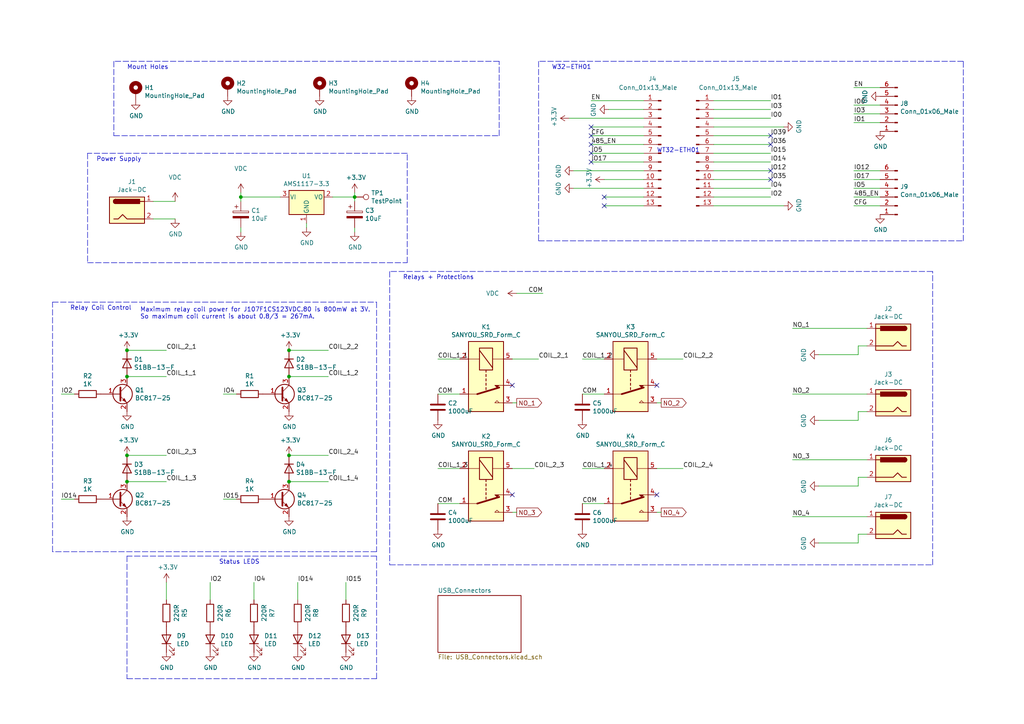
<source format=kicad_sch>
(kicad_sch (version 20211123) (generator eeschema)
  (paper "A4")
  (title_block (title "TinyCI Main") (rev "0.9") (company "https://github.com/superna9999/tinyci") (comment 1 "Copyright (C) 2021 Neil Armstrong") (comment 2 "CERN OPEN HARDWARE LICENCE v1.1"))
  (lib_symbols
    (symbol "Connector:Conn_01x06_Male" (pin_names (offset 1.016) hide)
      (property "Reference" "J" (at 0 7.62 0))
      (property "Value" "Conn_01x06_Male" (at 0 -10.16 0))
      (symbol "Conn_01x06_Male_1_1"
        (polyline (pts (xy 1.27 -7.62) (xy 0.8636 -7.62)) (stroke (width 0.1524)))
        (polyline (pts (xy 1.27 -5.08) (xy 0.8636 -5.08)) (stroke (width 0.1524)))
        (polyline (pts (xy 1.27 -2.54) (xy 0.8636 -2.54)) (stroke (width 0.1524)))
        (polyline (pts (xy 1.27 0) (xy 0.8636 0)) (stroke (width 0.1524)))
        (polyline (pts (xy 1.27 2.54) (xy 0.8636 2.54)) (stroke (width 0.1524)))
        (polyline (pts (xy 1.27 5.08) (xy 0.8636 5.08)) (stroke (width 0.1524)))
        (rectangle (start 0.8636 -7.493) (end 0 -7.747) (stroke (width 0.1524)) (fill (type outline)))
        (rectangle (start 0.8636 -4.953) (end 0 -5.207) (stroke (width 0.1524)) (fill (type outline)))
        (rectangle (start 0.8636 -2.413) (end 0 -2.667) (stroke (width 0.1524)) (fill (type outline)))
        (rectangle (start 0.8636 0.127) (end 0 -0.127) (stroke (width 0.1524)) (fill (type outline)))
        (rectangle (start 0.8636 2.667) (end 0 2.413) (stroke (width 0.1524)) (fill (type outline)))
        (rectangle (start 0.8636 5.207) (end 0 4.953) (stroke (width 0.1524)) (fill (type outline)))
        (pin passive line (at 5.08 5.08 180) (length 3.81) (name "Pin_1") (number "1"))
        (pin passive line (at 5.08 2.54 180) (length 3.81) (name "Pin_2") (number "2"))
        (pin passive line (at 5.08 0 180) (length 3.81) (name "Pin_3") (number "3"))
        (pin passive line (at 5.08 -2.54 180) (length 3.81) (name "Pin_4") (number "4"))
        (pin passive line (at 5.08 -5.08 180) (length 3.81) (name "Pin_5") (number "5"))
        (pin passive line (at 5.08 -7.62 180) (length 3.81) (name "Pin_6") (number "6"))
      )
    )
    (symbol "Connector:Conn_01x13_Male" (pin_names (offset 1.016) hide)
      (property "Reference" "J" (at 0 17.78 0))
      (property "Value" "Conn_01x13_Male" (at 0 -17.78 0))
      (symbol "Conn_01x13_Male_1_1"
        (polyline (pts (xy 1.27 -15.24) (xy 0.8636 -15.24)) (stroke (width 0.1524)))
        (polyline (pts (xy 1.27 -12.7) (xy 0.8636 -12.7)) (stroke (width 0.1524)))
        (polyline (pts (xy 1.27 -10.16) (xy 0.8636 -10.16)) (stroke (width 0.1524)))
        (polyline (pts (xy 1.27 -7.62) (xy 0.8636 -7.62)) (stroke (width 0.1524)))
        (polyline (pts (xy 1.27 -5.08) (xy 0.8636 -5.08)) (stroke (width 0.1524)))
        (polyline (pts (xy 1.27 -2.54) (xy 0.8636 -2.54)) (stroke (width 0.1524)))
        (polyline (pts (xy 1.27 0) (xy 0.8636 0)) (stroke (width 0.1524)))
        (polyline (pts (xy 1.27 2.54) (xy 0.8636 2.54)) (stroke (width 0.1524)))
        (polyline (pts (xy 1.27 5.08) (xy 0.8636 5.08)) (stroke (width 0.1524)))
        (polyline (pts (xy 1.27 7.62) (xy 0.8636 7.62)) (stroke (width 0.1524)))
        (polyline (pts (xy 1.27 10.16) (xy 0.8636 10.16)) (stroke (width 0.1524)))
        (polyline (pts (xy 1.27 12.7) (xy 0.8636 12.7)) (stroke (width 0.1524)))
        (polyline (pts (xy 1.27 15.24) (xy 0.8636 15.24)) (stroke (width 0.1524)))
        (rectangle (start 0.8636 -15.113) (end 0 -15.367) (stroke (width 0.1524)) (fill (type outline)))
        (rectangle (start 0.8636 -12.573) (end 0 -12.827) (stroke (width 0.1524)) (fill (type outline)))
        (rectangle (start 0.8636 -10.033) (end 0 -10.287) (stroke (width 0.1524)) (fill (type outline)))
        (rectangle (start 0.8636 -7.493) (end 0 -7.747) (stroke (width 0.1524)) (fill (type outline)))
        (rectangle (start 0.8636 -4.953) (end 0 -5.207) (stroke (width 0.1524)) (fill (type outline)))
        (rectangle (start 0.8636 -2.413) (end 0 -2.667) (stroke (width 0.1524)) (fill (type outline)))
        (rectangle (start 0.8636 0.127) (end 0 -0.127) (stroke (width 0.1524)) (fill (type outline)))
        (rectangle (start 0.8636 2.667) (end 0 2.413) (stroke (width 0.1524)) (fill (type outline)))
        (rectangle (start 0.8636 5.207) (end 0 4.953) (stroke (width 0.1524)) (fill (type outline)))
        (rectangle (start 0.8636 7.747) (end 0 7.493) (stroke (width 0.1524)) (fill (type outline)))
        (rectangle (start 0.8636 10.287) (end 0 10.033) (stroke (width 0.1524)) (fill (type outline)))
        (rectangle (start 0.8636 12.827) (end 0 12.573) (stroke (width 0.1524)) (fill (type outline)))
        (rectangle (start 0.8636 15.367) (end 0 15.113) (stroke (width 0.1524)) (fill (type outline)))
        (pin passive line (at 5.08 15.24 180) (length 3.81) (name "Pin_1") (number "1"))
        (pin passive line (at 5.08 -7.62 180) (length 3.81) (name "Pin_10") (number "10"))
        (pin passive line (at 5.08 -10.16 180) (length 3.81) (name "Pin_11") (number "11"))
        (pin passive line (at 5.08 -12.7 180) (length 3.81) (name "Pin_12") (number "12"))
        (pin passive line (at 5.08 -15.24 180) (length 3.81) (name "Pin_13") (number "13"))
        (pin passive line (at 5.08 12.7 180) (length 3.81) (name "Pin_2") (number "2"))
        (pin passive line (at 5.08 10.16 180) (length 3.81) (name "Pin_3") (number "3"))
        (pin passive line (at 5.08 7.62 180) (length 3.81) (name "Pin_4") (number "4"))
        (pin passive line (at 5.08 5.08 180) (length 3.81) (name "Pin_5") (number "5"))
        (pin passive line (at 5.08 2.54 180) (length 3.81) (name "Pin_6") (number "6"))
        (pin passive line (at 5.08 0 180) (length 3.81) (name "Pin_7") (number "7"))
        (pin passive line (at 5.08 -2.54 180) (length 3.81) (name "Pin_8") (number "8"))
        (pin passive line (at 5.08 -5.08 180) (length 3.81) (name "Pin_9") (number "9"))
      )
    )
    (symbol "Connector:Jack-DC" (pin_names (offset 1.016))
      (property "Reference" "J" (at 0 5.334 0))
      (property "Value" "Jack-DC" (at 0 -5.08 0))
      (symbol "Jack-DC_0_1"
        (rectangle (start -5.08 3.81) (end 5.08 -3.81) (stroke (width 0.254)) (fill (type background)))
        (arc (start -3.302 3.175) (mid -3.937 2.54) (end -3.302 1.905) (stroke (width 0.254)))
        (arc (start -3.302 3.175) (mid -3.937 2.54) (end -3.302 1.905) (stroke (width 0.254)) (fill (type outline)))
        (polyline (pts (xy 5.08 2.54) (xy 3.81 2.54)) (stroke (width 0.254)))
        (polyline (pts (xy -3.81 -2.54) (xy -2.54 -2.54) (xy -1.27 -1.27) (xy 0 -2.54) (xy 2.54 -2.54) (xy 5.08 -2.54)) (stroke (width 0.254)))
        (rectangle (start 3.683 3.175) (end -3.302 1.905) (stroke (width 0.254)) (fill (type outline)))
      )
      (symbol "Jack-DC_1_1"
        (pin passive line (at 7.62 2.54 180) (length 2.54) (name "~") (number "1"))
        (pin passive line (at 7.62 -2.54 180) (length 2.54) (name "~") (number "2"))
      )
    )
    (symbol "Connector:TestPoint" (pin_numbers hide) (pin_names (offset 0.762) hide)
      (property "Reference" "TP" (at 0 6.858 0))
      (property "Value" "TestPoint" (at 0 5.08 0))
      (symbol "TestPoint_0_1"
        (circle (center 0 3.302) (radius 0.762))
      )
      (symbol "TestPoint_1_1"
        (pin passive line (at 0 0 90) (length 2.54) (name "1") (number "1"))
      )
    )
    (symbol "Device:C" (pin_numbers hide) (pin_names (offset 0.254))
      (property "Reference" "C" (at 0.635 2.54 0))
      (property "Value" "C" (at 0.635 -2.54 0))
      (symbol "C_0_1"
        (polyline (pts (xy -2.032 -0.762) (xy 2.032 -0.762)) (stroke (width 0.508)))
        (polyline (pts (xy -2.032 0.762) (xy 2.032 0.762)) (stroke (width 0.508)))
      )
      (symbol "C_1_1"
        (pin passive line (at 0 3.81 270) (length 2.794) (name "~") (number "1"))
        (pin passive line (at 0 -3.81 90) (length 2.794) (name "~") (number "2"))
      )
    )
    (symbol "Device:C_Polarized" (pin_numbers hide) (pin_names (offset 0.254))
      (property "Reference" "C" (at 0.635 2.54 0))
      (property "Value" "C_Polarized" (at 0.635 -2.54 0))
      (symbol "C_Polarized_0_1"
        (rectangle (start -2.286 0.508) (end 2.286 1.016))
        (polyline (pts (xy -1.778 2.286) (xy -0.762 2.286)))
        (polyline (pts (xy -1.27 2.794) (xy -1.27 1.778)))
        (rectangle (start 2.286 -0.508) (end -2.286 -1.016) (fill (type outline)))
      )
      (symbol "C_Polarized_1_1"
        (pin passive line (at 0 3.81 270) (length 2.794) (name "~") (number "1"))
        (pin passive line (at 0 -3.81 90) (length 2.794) (name "~") (number "2"))
      )
    )
    (symbol "Device:D" (pin_numbers hide) (pin_names (offset 1.016) hide)
      (property "Reference" "D" (at 0 2.54 0))
      (property "Value" "D" (at 0 -2.54 0))
      (symbol "D_0_1"
        (polyline (pts (xy -1.27 1.27) (xy -1.27 -1.27)) (stroke (width 0.254)))
        (polyline (pts (xy 1.27 0) (xy -1.27 0)))
        (polyline (pts (xy 1.27 1.27) (xy 1.27 -1.27) (xy -1.27 0) (xy 1.27 1.27)) (stroke (width 0.254)))
      )
      (symbol "D_1_1"
        (pin passive line (at -3.81 0 0) (length 2.54) (name "K") (number "1"))
        (pin passive line (at 3.81 0 180) (length 2.54) (name "A") (number "2"))
      )
    )
    (symbol "Device:LED" (pin_numbers hide) (pin_names (offset 1.016) hide)
      (property "Reference" "D" (at 0 2.54 0))
      (property "Value" "LED" (at 0 -2.54 0))
      (symbol "LED_0_1"
        (polyline (pts (xy -1.27 -1.27) (xy -1.27 1.27)) (stroke (width 0.254)))
        (polyline (pts (xy -1.27 0) (xy 1.27 0)))
        (polyline (pts (xy 1.27 -1.27) (xy 1.27 1.27) (xy -1.27 0) (xy 1.27 -1.27)) (stroke (width 0.254)))
        (polyline (pts (xy -3.048 -0.762) (xy -4.572 -2.286) (xy -3.81 -2.286) (xy -4.572 -2.286) (xy -4.572 -1.524)))
        (polyline (pts (xy -1.778 -0.762) (xy -3.302 -2.286) (xy -2.54 -2.286) (xy -3.302 -2.286) (xy -3.302 -1.524)))
      )
      (symbol "LED_1_1"
        (pin passive line (at -3.81 0 0) (length 2.54) (name "K") (number "1"))
        (pin passive line (at 3.81 0 180) (length 2.54) (name "A") (number "2"))
      )
    )
    (symbol "Device:R" (pin_numbers hide) (pin_names (offset 0))
      (property "Reference" "R" (at 2.032 0 90))
      (property "Value" "R" (at 0 0 90))
      (symbol "R_0_1"
        (rectangle (start -1.016 -2.54) (end 1.016 2.54) (stroke (width 0.254)))
      )
      (symbol "R_1_1"
        (pin passive line (at 0 3.81 270) (length 1.27) (name "~") (number "1"))
        (pin passive line (at 0 -3.81 90) (length 1.27) (name "~") (number "2"))
      )
    )
    (symbol "Mechanical:MountingHole_Pad" (pin_numbers hide) (pin_names (offset 1.016) hide)
      (property "Reference" "H" (at 0 6.35 0))
      (property "Value" "MountingHole_Pad" (at 0 4.445 0))
      (symbol "MountingHole_Pad_0_1"
        (circle (center 0 1.27) (radius 1.27) (stroke (width 1.27)))
      )
      (symbol "MountingHole_Pad_1_1"
        (pin input line (at 0 -2.54 90) (length 2.54) (name "1") (number "1"))
      )
    )
    (symbol "Regulator_Linear:AMS1117-3.3" (pin_names (offset 0.254))
      (property "Reference" "U" (at -3.81 3.175 0))
      (property "Value" "AMS1117-3.3" (at 0 3.175 0))
      (symbol "AMS1117-3.3_0_1"
        (rectangle (start -5.08 -5.08) (end 5.08 1.905) (stroke (width 0.254)) (fill (type background)))
      )
      (symbol "AMS1117-3.3_1_1"
        (pin power_in line (at 0 -7.62 90) (length 2.54) (name "GND") (number "1"))
        (pin power_out line (at 7.62 0 180) (length 2.54) (name "VO") (number "2"))
        (pin power_in line (at -7.62 0 0) (length 2.54) (name "VI") (number "3"))
      )
    )
    (symbol "Relay:SANYOU_SRD_Form_C"
      (property "Reference" "K" (at 11.43 3.81 0))
      (property "Value" "SANYOU_SRD_Form_C" (at 11.43 1.27 0))
      (symbol "SANYOU_SRD_Form_C_0_0"
        (polyline (pts (xy 7.62 5.08) (xy 7.62 2.54) (xy 6.985 3.175) (xy 7.62 3.81)))
      )
      (symbol "SANYOU_SRD_Form_C_0_1"
        (rectangle (start -10.16 5.08) (end 10.16 -5.08) (stroke (width 0.254)) (fill (type background)))
        (rectangle (start -8.255 1.905) (end -1.905 -1.905) (stroke (width 0.254)))
        (polyline (pts (xy -7.62 -1.905) (xy -2.54 1.905)) (stroke (width 0.254)))
        (polyline (pts (xy -5.08 -5.08) (xy -5.08 -1.905)))
        (polyline (pts (xy -5.08 5.08) (xy -5.08 1.905)))
        (polyline (pts (xy -1.905 0) (xy -1.27 0)) (stroke (width 0.254)))
        (polyline (pts (xy -0.635 0) (xy 0 0)) (stroke (width 0.254)))
        (polyline (pts (xy 0.635 0) (xy 1.27 0)) (stroke (width 0.254)))
        (polyline (pts (xy 1.905 0) (xy 2.54 0)) (stroke (width 0.254)))
        (polyline (pts (xy 3.175 0) (xy 3.81 0)) (stroke (width 0.254)))
        (polyline (pts (xy 5.08 -2.54) (xy 3.175 3.81)) (stroke (width 0.508)))
        (polyline (pts (xy 5.08 -2.54) (xy 5.08 -5.08)))
      )
      (symbol "SANYOU_SRD_Form_C_1_1"
        (polyline (pts (xy 2.54 3.81) (xy 3.175 3.175) (xy 2.54 2.54) (xy 2.54 5.08)) (fill (type outline)))
        (pin passive line (at 5.08 -7.62 90) (length 2.54) (name "~") (number "1"))
        (pin passive line (at -5.08 -7.62 90) (length 2.54) (name "~") (number "2"))
        (pin passive line (at 7.62 7.62 270) (length 2.54) (name "~") (number "3"))
        (pin passive line (at 2.54 7.62 270) (length 2.54) (name "~") (number "4"))
        (pin passive line (at -5.08 7.62 270) (length 2.54) (name "~") (number "5"))
      )
    )
    (symbol "Transistor_BJT:BC817" (pin_names (offset 0) hide)
      (property "Reference" "Q" (at 5.08 1.905 0))
      (property "Value" "BC817" (at 5.08 0 0))
      (symbol "BC817_0_1"
        (polyline (pts (xy 0.635 0.635) (xy 2.54 2.54)))
        (polyline (pts (xy 0.635 -0.635) (xy 2.54 -2.54) (xy 2.54 -2.54)))
        (polyline (pts (xy 0.635 1.905) (xy 0.635 -1.905) (xy 0.635 -1.905)) (stroke (width 0.508)))
        (polyline (pts (xy 1.27 -1.778) (xy 1.778 -1.27) (xy 2.286 -2.286) (xy 1.27 -1.778) (xy 1.27 -1.778)) (fill (type outline)))
        (circle (center 1.27 0) (radius 2.8194) (stroke (width 0.254)))
      )
      (symbol "BC817_1_1"
        (pin input line (at -5.08 0 0) (length 5.715) (name "B") (number "1"))
        (pin passive line (at 2.54 -5.08 90) (length 2.54) (name "E") (number "2"))
        (pin passive line (at 2.54 5.08 270) (length 2.54) (name "C") (number "3"))
      )
    )
    (symbol "power:+3.3V" (power) (pin_names (offset 0))
      (property "Value" "+3.3V" (at 0 3.556 0))
      (symbol "+3.3V_0_1"
        (polyline (pts (xy -0.762 1.27) (xy 0 2.54)))
        (polyline (pts (xy 0 0) (xy 0 2.54)))
        (polyline (pts (xy 0 2.54) (xy 0.762 1.27)))
      )
      (symbol "+3.3V_1_1"
        (pin power_in line (at 0 0 90) (length 0) hide (name "+3.3V") (number "1"))
      )
    )
    (symbol "power:GND" (power) (pin_names (offset 0))
      (property "Value" "GND" (at 0 -3.81 0))
      (symbol "GND_0_1"
        (polyline (pts (xy 0 0) (xy 0 -1.27) (xy 1.27 -1.27) (xy 0 -2.54) (xy -1.27 -1.27) (xy 0 -1.27)))
      )
      (symbol "GND_1_1"
        (pin power_in line (at 0 0 270) (length 0) hide (name "GND") (number "1"))
      )
    )
    (symbol "power:VDC" (power) (pin_names (offset 0))
      (property "Value" "VDC" (at 0 6.35 0))
      (symbol "VDC_0_1"
        (polyline (pts (xy -0.762 1.27) (xy 0 2.54)))
        (polyline (pts (xy 0 0) (xy 0 2.54)))
        (polyline (pts (xy 0 2.54) (xy 0.762 1.27)))
      )
      (symbol "VDC_1_1"
        (pin power_in line (at 0 0 90) (length 0) hide (name "VDC") (number "1"))
      )
    )
  )
  (junction (at 36.83 139.7))
  (junction (at 83.82 132.08))
  (junction (at 36.83 132.08))
  (junction (at 83.82 101.6))
  (junction (at 36.83 109.22))
  (junction (at 36.83 101.6))
  (junction (at 69.85 57.15))
  (junction (at 83.82 109.22))
  (junction (at 102.87 57.15))
  (junction (at 83.82 139.7))
  (no_connect (at 171.45 46.99))
  (no_connect (at 190.5 143.51))
  (no_connect (at 148.59 143.51))
  (no_connect (at 175.26 59.69))
  (no_connect (at 171.45 39.37))
  (no_connect (at 171.45 44.45))
  (no_connect (at 223.52 49.53))
  (no_connect (at 171.45 41.91))
  (no_connect (at 171.45 36.83))
  (no_connect (at 175.26 57.15))
  (no_connect (at 190.5 111.76))
  (no_connect (at 223.52 52.07))
  (no_connect (at 223.52 41.91))
  (no_connect (at 148.59 111.76))
  (no_connect (at 223.52 39.37))
  (wire (pts (xy 133.35 135.89) (xy 127 135.89)))
  (wire (pts (xy 69.85 57.15) (xy 69.85 58.42)))
  (polyline (pts (xy 118.11 44.45) (xy 25.4 44.45)))
  (wire (pts (xy 207.01 57.15) (xy 223.52 57.15)))
  (wire (pts (xy 88.9 66.04) (xy 88.9 64.77)))
  (wire (pts (xy 175.26 146.05) (xy 168.91 146.05)))
  (wire (pts (xy 148.59 148.59) (xy 149.86 148.59)))
  (wire (pts (xy 21.59 114.3) (xy 17.78 114.3)))
  (wire (pts (xy 171.45 46.99) (xy 186.69 46.99)))
  (wire (pts (xy 255.27 52.07) (xy 247.65 52.07)))
  (wire (pts (xy 255.27 59.69) (xy 247.65 59.69)))
  (wire (pts (xy 148.59 104.14) (xy 156.21 104.14)))
  (polyline (pts (xy 109.22 161.29) (xy 36.83 161.29)))
  (wire (pts (xy 149.86 85.09) (xy 157.48 85.09)))
  (wire (pts (xy 96.52 57.15) (xy 102.87 57.15)))
  (wire (pts (xy 207.01 54.61) (xy 223.52 54.61)))
  (polyline (pts (xy 279.4 69.85) (xy 279.4 17.78)))
  (wire (pts (xy 69.85 55.88) (xy 69.85 57.15)))
  (polyline (pts (xy 144.78 17.78) (xy 33.02 17.78)))
  (polyline (pts (xy 156.21 69.85) (xy 279.4 69.85)))
  (wire (pts (xy 190.5 148.59) (xy 191.77 148.59)))
  (polyline (pts (xy 113.03 78.74) (xy 113.03 163.83)))
  (polyline (pts (xy 109.22 160.02) (xy 15.24 160.02)))
  (wire (pts (xy 207.01 39.37) (xy 223.52 39.37)))
  (wire (pts (xy 68.58 114.3) (xy 64.77 114.3)))
  (wire (pts (xy 207.01 44.45) (xy 223.52 44.45)))
  (wire (pts (xy 175.26 59.69) (xy 186.69 59.69)))
  (wire (pts (xy 83.82 132.08) (xy 95.25 132.08)))
  (wire (pts (xy 21.59 144.78) (xy 17.78 144.78)))
  (wire (pts (xy 165.1 34.29) (xy 186.69 34.29)))
  (wire (pts (xy 175.26 114.3) (xy 168.91 114.3)))
  (wire (pts (xy 166.37 49.53) (xy 186.69 49.53)))
  (wire (pts (xy 171.45 29.21) (xy 186.69 29.21)))
  (polyline (pts (xy 25.4 76.2) (xy 118.11 76.2)))
  (wire (pts (xy 207.01 31.75) (xy 223.52 31.75)))
  (wire (pts (xy 83.82 139.7) (xy 95.25 139.7)))
  (wire (pts (xy 69.85 66.04) (xy 69.85 67.31)))
  (polyline (pts (xy 25.4 44.45) (xy 25.4 76.2)))
  (wire (pts (xy 166.37 54.61) (xy 186.69 54.61)))
  (wire (pts (xy 251.46 138.43) (xy 248.92 138.43)))
  (polyline (pts (xy 15.24 87.63) (xy 109.22 87.63)))
  (wire (pts (xy 68.58 144.78) (xy 64.77 144.78)))
  (wire (pts (xy 190.5 104.14) (xy 198.12 104.14)))
  (wire (pts (xy 207.01 52.07) (xy 223.52 52.07)))
  (wire (pts (xy 36.83 101.6) (xy 48.26 101.6)))
  (wire (pts (xy 229.87 95.25) (xy 251.46 95.25)))
  (wire (pts (xy 248.92 121.92) (xy 237.49 121.92)))
  (wire (pts (xy 207.01 34.29) (xy 223.52 34.29)))
  (wire (pts (xy 207.01 41.91) (xy 223.52 41.91)))
  (wire (pts (xy 73.66 173.99) (xy 73.66 168.91)))
  (wire (pts (xy 175.26 52.07) (xy 186.69 52.07)))
  (wire (pts (xy 255.27 54.61) (xy 247.65 54.61)))
  (polyline (pts (xy 109.22 87.63) (xy 109.22 160.02)))
  (wire (pts (xy 251.46 154.94) (xy 248.92 154.94)))
  (wire (pts (xy 255.27 49.53) (xy 247.65 49.53)))
  (wire (pts (xy 171.45 41.91) (xy 186.69 41.91)))
  (wire (pts (xy 175.26 135.89) (xy 168.91 135.89)))
  (wire (pts (xy 48.26 173.99) (xy 48.26 168.91)))
  (wire (pts (xy 207.01 29.21) (xy 223.52 29.21)))
  (polyline (pts (xy 156.21 17.78) (xy 156.21 69.85)))
  (wire (pts (xy 102.87 67.31) (xy 102.87 66.04)))
  (wire (pts (xy 248.92 157.48) (xy 237.49 157.48)))
  (wire (pts (xy 133.35 146.05) (xy 127 146.05)))
  (polyline (pts (xy 279.4 17.78) (xy 156.21 17.78)))
  (wire (pts (xy 171.45 36.83) (xy 186.69 36.83)))
  (polyline (pts (xy 33.02 39.37) (xy 144.78 39.37)))
  (wire (pts (xy 102.87 55.88) (xy 102.87 57.15)))
  (wire (pts (xy 190.5 116.84) (xy 191.77 116.84)))
  (wire (pts (xy 207.01 46.99) (xy 223.52 46.99)))
  (polyline (pts (xy 15.24 160.02) (xy 15.24 87.63)))
  (wire (pts (xy 36.83 109.22) (xy 48.26 109.22)))
  (wire (pts (xy 83.82 101.6) (xy 95.25 101.6)))
  (polyline (pts (xy 144.78 39.37) (xy 144.78 17.78)))
  (wire (pts (xy 148.59 116.84) (xy 149.86 116.84)))
  (wire (pts (xy 102.87 58.42) (xy 102.87 57.15)))
  (wire (pts (xy 248.92 100.33) (xy 248.92 102.87)))
  (wire (pts (xy 248.92 154.94) (xy 248.92 157.48)))
  (polyline (pts (xy 36.83 161.29) (xy 36.83 196.85)))
  (wire (pts (xy 255.27 57.15) (xy 247.65 57.15)))
  (wire (pts (xy 100.33 173.99) (xy 100.33 168.91)))
  (wire (pts (xy 248.92 119.38) (xy 248.92 121.92)))
  (wire (pts (xy 81.28 57.15) (xy 69.85 57.15)))
  (wire (pts (xy 248.92 140.97) (xy 237.49 140.97)))
  (wire (pts (xy 95.25 109.22) (xy 83.82 109.22)))
  (wire (pts (xy 86.36 173.99) (xy 86.36 168.91)))
  (wire (pts (xy 251.46 119.38) (xy 248.92 119.38)))
  (wire (pts (xy 229.87 133.35) (xy 251.46 133.35)))
  (polyline (pts (xy 36.83 196.85) (xy 109.22 196.85)))
  (wire (pts (xy 186.69 31.75) (xy 176.53 31.75)))
  (wire (pts (xy 248.92 138.43) (xy 248.92 140.97)))
  (wire (pts (xy 255.27 33.02) (xy 247.65 33.02)))
  (wire (pts (xy 133.35 104.14) (xy 127 104.14)))
  (wire (pts (xy 229.87 149.86) (xy 251.46 149.86)))
  (wire (pts (xy 229.87 114.3) (xy 251.46 114.3)))
  (wire (pts (xy 44.45 63.5) (xy 50.8 63.5)))
  (polyline (pts (xy 113.03 163.83) (xy 270.51 163.83)))
  (wire (pts (xy 44.45 58.42) (xy 50.8 58.42)))
  (wire (pts (xy 207.01 59.69) (xy 227.33 59.69)))
  (wire (pts (xy 255.27 25.4) (xy 247.65 25.4)))
  (wire (pts (xy 171.45 39.37) (xy 186.69 39.37)))
  (wire (pts (xy 248.92 102.87) (xy 237.49 102.87)))
  (wire (pts (xy 133.35 114.3) (xy 127 114.3)))
  (wire (pts (xy 60.96 173.99) (xy 60.96 168.91)))
  (wire (pts (xy 255.27 35.56) (xy 247.65 35.56)))
  (wire (pts (xy 36.83 132.08) (xy 48.26 132.08)))
  (polyline (pts (xy 118.11 76.2) (xy 118.11 44.45)))
  (wire (pts (xy 36.83 139.7) (xy 48.26 139.7)))
  (wire (pts (xy 251.46 100.33) (xy 248.92 100.33)))
  (wire (pts (xy 148.59 135.89) (xy 154.94 135.89)))
  (polyline (pts (xy 270.51 163.83) (xy 270.51 78.74)))
  (wire (pts (xy 190.5 135.89) (xy 198.12 135.89)))
  (wire (pts (xy 207.01 36.83) (xy 227.33 36.83)))
  (polyline (pts (xy 33.02 17.78) (xy 33.02 39.37)))
  (wire (pts (xy 175.26 104.14) (xy 168.91 104.14)))
  (wire (pts (xy 255.27 30.48) (xy 247.65 30.48)))
  (polyline (pts (xy 270.51 78.74) (xy 113.03 78.74)))
  (wire (pts (xy 175.26 57.15) (xy 186.69 57.15)))
  (wire (pts (xy 207.01 49.53) (xy 223.52 49.53)))
  (polyline (pts (xy 109.22 196.85) (xy 109.22 161.29)))
  (wire (pts (xy 171.45 44.45) (xy 186.69 44.45)))
  (text "Status LEDS" (at 63.5 163.83 0) (effects (font (size 1.27 1.27)) (justify left bottom)))
  (text "Power Supply" (at 27.94 46.99 0) (effects (font (size 1.27 1.27)) (justify left bottom)))
  (text "W32-ETH01" (at 160.02 20.32 0) (effects (font (size 1.27 1.27)) (justify left bottom)))
  (text "Mount Holes" (at 36.83 20.32 0) (effects (font (size 1.27 1.27)) (justify left bottom)))
  (text "Relays + Protections" (at 116.84 81.28 0) (effects (font (size 1.27 1.27)) (justify left bottom)))
  (text "Relay Coil Control" (at 20.32 90.17 0) (effects (font (size 1.27 1.27)) (justify left bottom)))
  (text "WT32-ETH01" (at 190.5 44.45 0) (effects (font (size 1.27 1.27)) (justify left bottom)))
  (text "Maximum relay coil power for J107F1CS123VDC.80 is 800mW at 3V.\nSo maximum coil current is about 0.8/3 = 267mA." (at 40.64 92.71 0) (effects (font (size 1.27 1.27)) (justify left bottom)))
  (label "IO3" (at 247.65 33.02 0))
  (label "COIL_2_1" (at 156.21 104.14 0))
  (label "IO14" (at 17.78 144.78 0))
  (label "IO17" (at 171.45 46.99 0))
  (label "IO5" (at 171.45 44.45 0))
  (label "COIL_1_2" (at 95.25 109.22 0))
  (label "COM" (at 157.48 85.09 180))
  (label "COIL_1_3" (at 48.26 139.7 0))
  (label "IO35" (at 223.52 52.07 0))
  (label "IO5" (at 247.65 54.61 0))
  (label "485_EN" (at 171.45 41.91 0))
  (label "IO12" (at 223.52 49.53 0))
  (label "COM" (at 127 146.05 0))
  (label "IO15" (at 223.52 44.45 0))
  (label "NO_4" (at 229.87 149.86 0))
  (label "IO39" (at 223.52 39.37 0))
  (label "COIL_2_4" (at 198.12 135.89 0))
  (label "EN" (at 247.65 25.4 0))
  (label "COIL_2_2" (at 198.12 104.14 0))
  (label "IO14" (at 86.36 168.91 0))
  (label "CFG" (at 247.65 59.69 0))
  (label "COIL_1_2" (at 168.91 104.14 0))
  (label "IO36" (at 223.52 41.91 0))
  (label "NO_2" (at 229.87 114.3 0))
  (label "IO15" (at 100.33 168.91 0))
  (label "IO0" (at 247.65 30.48 0))
  (label "COIL_2_2" (at 95.25 101.6 0))
  (label "IO12" (at 247.65 49.53 0))
  (label "COM" (at 127 114.3 0))
  (label "COIL_1_1" (at 127 104.14 0))
  (label "IO2" (at 223.52 57.15 0))
  (label "IO4" (at 73.66 168.91 0))
  (label "COIL_1_4" (at 95.25 139.7 0))
  (label "EN" (at 171.45 29.21 0))
  (label "CFG" (at 171.45 39.37 0))
  (label "COIL_2_1" (at 48.26 101.6 0))
  (label "COIL_1_4" (at 168.91 135.89 0))
  (label "IO4" (at 64.77 114.3 0))
  (label "COIL_2_4" (at 95.25 132.08 0))
  (label "IO14" (at 223.52 46.99 0))
  (label "COIL_2_3" (at 154.94 135.89 0))
  (label "COIL_1_1" (at 48.26 109.22 0))
  (label "IO1" (at 247.65 35.56 0))
  (label "NO_1" (at 229.87 95.25 0))
  (label "IO17" (at 247.65 52.07 0))
  (label "IO15" (at 64.77 144.78 0))
  (label "COIL_1_3" (at 127 135.89 0))
  (label "IO4" (at 223.52 54.61 0))
  (label "NO_3" (at 229.87 133.35 0))
  (label "IO0" (at 223.52 34.29 0))
  (label "IO1" (at 223.52 29.21 0))
  (label "COM" (at 168.91 146.05 0))
  (label "IO2" (at 60.96 168.91 0))
  (label "IO2" (at 17.78 114.3 0))
  (label "COM" (at 168.91 114.3 0))
  (label "COIL_2_3" (at 48.26 132.08 0))
  (label "485_EN" (at 247.65 57.15 0))
  (label "IO3" (at 223.52 31.75 0))
  (global_label "NO_2" (shape output) (at 191.77 116.84 0) (property "Références Inter-Feuilles" "${INTERSHEET_REFS}" (effects hide)))
  (global_label "NO_4" (shape output) (at 191.77 148.59 0) (property "Références Inter-Feuilles" "${INTERSHEET_REFS}" (effects hide)))
  (global_label "NO_3" (shape output) (at 149.86 148.59 0) (property "Références Inter-Feuilles" "${INTERSHEET_REFS}" (effects hide)))
  (global_label "NO_1" (shape output) (at 149.86 116.84 0) (property "Références Inter-Feuilles" "${INTERSHEET_REFS}" (effects hide)))
  (symbol (lib_id "power:GND") (at 166.37 54.61 270) (unit 1)
    (property "Reference" "#PWR08" (effects hide))
    (property "Value" "GND" (at 161.9758 54.737 0))
  )
  (symbol (lib_id "power:GND") (at 176.53 31.75 270) (unit 1)
    (property "Reference" "#PWR011" (effects hide))
    (property "Value" "GND" (at 172.1358 31.877 0))
  )
  (symbol (lib_id "Connector:Jack-DC") (at 36.83 60.96 0) (unit 1)
    (property "Reference" "J1" (at 38.2778 52.705 0))
    (property "Value" "Jack-DC" (at 38.2778 55.0164 0))
    (property "Footprint" "Connector_BarrelJack:BarrelJack_Horizontal" (effects hide))
  )
  (symbol (lib_id "power:GND") (at 166.37 49.53 270) (unit 1)
    (property "Reference" "#PWR07" (effects hide))
    (property "Value" "GND" (at 161.9758 49.657 0))
  )
  (symbol (lib_id "Device:D") (at 83.82 105.41 270) (unit 1)
    (property "Reference" "D2" (at 85.8266 104.2416 90) (effects (justify left)))
    (property "Value" "S1BB-13-F" (at 85.8266 106.553 90) (effects (justify left)))
    (property "Footprint" "Diode_SMD:D_SMB_Handsoldering" (effects hide))
  )
  (symbol (lib_id "power:GND") (at 227.33 36.83 90) (unit 1)
    (property "Reference" "#PWR016" (effects hide))
    (property "Value" "GND" (at 231.7242 36.703 0))
  )
  (symbol (lib_id "power:GND") (at 227.33 59.69 90) (unit 1)
    (property "Reference" "#PWR017" (effects hide))
    (property "Value" "GND" (at 231.7242 59.563 0))
  )
  (symbol (lib_id "power:GND") (at 83.82 119.38 0) (unit 1)
    (property "Reference" "#PWR019" (effects hide))
    (property "Value" "GND" (at 83.947 123.7742 0))
  )
  (symbol (lib_id "Device:R") (at 72.39 114.3 270) (unit 1)
    (property "Reference" "R1" (at 72.39 109.0422 90))
    (property "Value" "1K" (at 72.39 111.3536 90))
    (property "Footprint" "Resistor_SMD:R_1206_3216Metric" (effects hide))
  )
  (symbol (lib_id "power:GND") (at 50.8 63.5 0) (unit 1)
    (property "Reference" "#PWR04" (effects hide))
    (property "Value" "GND" (at 50.927 67.8942 0))
  )
  (symbol (lib_id "power:+3.3V") (at 83.82 101.6 0) (unit 1)
    (property "Reference" "#PWR018" (effects hide))
    (property "Value" "+3.3V" (at 84.201 97.2058 0))
  )
  (symbol (lib_id "power:VDC") (at 50.8 58.42 0) (unit 1)
    (property "Reference" "#PWR02" (effects hide))
    (property "Value" "VDC" (at 50.8 51.435 0))
  )
  (symbol (lib_id "Device:C_Polarized") (at 102.87 62.23 0) (unit 1)
    (property "Reference" "C3" (at 105.8672 61.0616 0) (effects (justify left)))
    (property "Value" "10uF" (at 105.8672 63.373 0) (effects (justify left)))
    (property "Footprint" "Capacitor_Tantalum_SMD:CP_EIA-7343-31_Kemet-D" (effects hide))
  )
  (symbol (lib_id "power:GND") (at 69.85 67.31 0) (unit 1)
    (property "Reference" "#PWR023" (effects hide))
    (property "Value" "GND" (at 69.977 71.7042 0))
  )
  (symbol (lib_id "power:GND") (at 88.9 66.04 0) (unit 1)
    (property "Reference" "#PWR024" (effects hide))
    (property "Value" "GND" (at 89.027 70.4342 0))
  )
  (symbol (lib_id "power:GND") (at 102.87 67.31 0) (unit 1)
    (property "Reference" "#PWR025" (effects hide))
    (property "Value" "GND" (at 102.997 71.7042 0))
  )
  (symbol (lib_id "Connector:Conn_01x13_Male") (at 191.77 44.45 0) (mirror y) (unit 1)
    (property "Reference" "J4" (at 189.23 22.86 0))
    (property "Value" "Conn_01x13_Male" (at 187.96 25.4 0))
    (property "Footprint" "Connector_PinHeader_2.54mm:PinHeader_1x13_P2.54mm_Vertical" (effects hide))
  )
  (symbol (lib_id "Connector:Conn_01x13_Male") (at 201.93 44.45 0) (unit 1)
    (property "Reference" "J5" (at 214.63 22.86 0) (effects (justify right)))
    (property "Value" "Conn_01x13_Male" (at 219.71 25.4 0) (effects (justify right)))
    (property "Footprint" "Connector_PinHeader_2.54mm:PinHeader_1x13_P2.54mm_Vertical" (effects hide))
  )
  (symbol (lib_id "power:VDC") (at 69.85 55.88 0) (unit 1)
    (property "Reference" "#PWR022" (effects hide))
    (property "Value" "VDC" (at 69.85 48.895 0))
  )
  (symbol (lib_id "power:GND") (at 36.83 119.38 0) (unit 1)
    (property "Reference" "#PWR05" (effects hide))
    (property "Value" "GND" (at 36.957 123.7742 0))
  )
  (symbol (lib_id "Device:R") (at 25.4 114.3 270) (unit 1)
    (property "Reference" "R2" (at 25.4 109.0422 90))
    (property "Value" "1K" (at 25.4 111.3536 90))
    (property "Footprint" "Resistor_SMD:R_1206_3216Metric" (effects hide))
  )
  (symbol (lib_id "power:+3.3V") (at 36.83 101.6 0) (unit 1)
    (property "Reference" "#PWR03" (effects hide))
    (property "Value" "+3.3V" (at 37.211 97.2058 0))
  )
  (symbol (lib_id "Device:D") (at 36.83 105.41 270) (unit 1)
    (property "Reference" "D1" (at 38.8366 104.2416 90) (effects (justify left)))
    (property "Value" "S1BB-13-F" (at 38.8366 106.553 90) (effects (justify left)))
    (property "Footprint" "Diode_SMD:D_SMB_Handsoldering" (effects hide))
  )
  (symbol (lib_id "power:GND") (at 36.83 149.86 0) (unit 1)
    (property "Reference" "#PWR09" (effects hide))
    (property "Value" "GND" (at 36.957 154.2542 0))
  )
  (symbol (lib_id "Device:R") (at 25.4 144.78 270) (unit 1)
    (property "Reference" "R3" (at 25.4 139.5222 90))
    (property "Value" "1K" (at 25.4 141.8336 90))
    (property "Footprint" "Resistor_SMD:R_1206_3216Metric" (effects hide))
  )
  (symbol (lib_id "power:+3.3V") (at 36.83 132.08 0) (unit 1)
    (property "Reference" "#PWR06" (effects hide))
    (property "Value" "+3.3V" (at 37.211 127.6858 0))
  )
  (symbol (lib_id "Device:D") (at 36.83 135.89 270) (unit 1)
    (property "Reference" "D3" (at 38.8366 134.7216 90) (effects (justify left)))
    (property "Value" "S1BB-13-F" (at 38.8366 137.033 90) (effects (justify left)))
    (property "Footprint" "Diode_SMD:D_SMB_Handsoldering" (effects hide))
  )
  (symbol (lib_id "power:GND") (at 83.82 149.86 0) (unit 1)
    (property "Reference" "#PWR012" (effects hide))
    (property "Value" "GND" (at 83.947 154.2542 0))
  )
  (symbol (lib_id "Device:R") (at 72.39 144.78 270) (unit 1)
    (property "Reference" "R4" (at 72.39 139.5222 90))
    (property "Value" "1K" (at 72.39 141.8336 90))
    (property "Footprint" "Resistor_SMD:R_1206_3216Metric" (effects hide))
  )
  (symbol (lib_id "power:+3.3V") (at 83.82 132.08 0) (unit 1)
    (property "Reference" "#PWR010" (effects hide))
    (property "Value" "+3.3V" (at 84.201 127.6858 0))
  )
  (symbol (lib_id "Device:D") (at 83.82 135.89 270) (unit 1)
    (property "Reference" "D4" (at 85.8266 134.7216 90) (effects (justify left)))
    (property "Value" "S1BB-13-F" (at 85.8266 137.033 90) (effects (justify left)))
    (property "Footprint" "Diode_SMD:D_SMB_Handsoldering" (effects hide))
  )
  (symbol (lib_id "power:VDC") (at 149.86 85.09 90) (unit 1)
    (property "Reference" "#PWR013" (effects hide))
    (property "Value" "VDC" (at 142.875 85.09 90))
  )
  (symbol (lib_id "power:+3.3V") (at 165.1 34.29 90) (unit 1)
    (property "Reference" "#PWR0102" (effects hide))
    (property "Value" "+3.3V" (at 160.7058 33.909 0))
  )
  (symbol (lib_id "Connector:Jack-DC") (at 259.08 97.79 0) (mirror y) (unit 1)
    (property "Reference" "J2" (at 257.6322 89.535 0))
    (property "Value" "Jack-DC" (at 257.6322 91.8464 0))
    (property "Footprint" "Connector_BarrelJack:BarrelJack_Horizontal" (effects hide))
  )
  (symbol (lib_id "power:+3.3V") (at 175.26 52.07 90) (unit 1)
    (property "Reference" "#PWR0103" (effects hide))
    (property "Value" "+3.3V" (at 170.8658 51.689 0))
  )
  (symbol (lib_id "power:+3.3V") (at 102.87 55.88 0) (unit 1)
    (property "Reference" "#PWR0101" (effects hide))
    (property "Value" "+3.3V" (at 103.251 51.4858 0))
  )
  (symbol (lib_id "power:GND") (at 127 121.92 0) (unit 1)
    (property "Reference" "#PWR014" (effects hide))
    (property "Value" "GND" (at 127.127 126.3142 0))
  )
  (symbol (lib_id "Connector:Conn_01x06_Male") (at 260.35 33.02 180) (unit 1)
    (property "Reference" "J8" (at 261.0612 30.0228 0) (effects (justify right)))
    (property "Value" "Conn_01x06_Male" (at 261.0612 32.3342 0) (effects (justify right)))
    (property "Footprint" "Connector_PinHeader_2.54mm:PinHeader_1x06_P2.54mm_Vertical" (effects hide))
  )
  (symbol (lib_id "power:GND") (at 255.27 27.94 270) (unit 1)
    (property "Reference" "#PWR0104" (effects hide))
    (property "Value" "GND" (at 250.8758 28.067 0))
  )
  (symbol (lib_id "Connector:Jack-DC") (at 259.08 116.84 0) (mirror y) (unit 1)
    (property "Reference" "J3" (at 257.6322 108.585 0))
    (property "Value" "Jack-DC" (at 257.6322 110.8964 0))
    (property "Footprint" "Connector_BarrelJack:BarrelJack_Horizontal" (effects hide))
  )
  (symbol (lib_id "Connector:Jack-DC") (at 259.08 135.89 0) (mirror y) (unit 1)
    (property "Reference" "J6" (at 257.6322 127.635 0))
    (property "Value" "Jack-DC" (at 257.6322 129.9464 0))
    (property "Footprint" "Connector_BarrelJack:BarrelJack_Horizontal" (effects hide))
  )
  (symbol (lib_id "Connector:Jack-DC") (at 259.08 152.4 0) (mirror y) (unit 1)
    (property "Reference" "J7" (at 257.6322 144.145 0))
    (property "Value" "Jack-DC" (at 257.6322 146.4564 0))
    (property "Footprint" "Connector_BarrelJack:BarrelJack_Horizontal" (effects hide))
  )
  (symbol (lib_id "Regulator_Linear:AMS1117-3.3") (at 88.9 57.15 0) (unit 1)
    (property "Reference" "U1" (at 88.9 51.0032 0))
    (property "Value" "AMS1117-3.3" (at 88.9 53.3146 0))
    (property "Footprint" "Package_TO_SOT_SMD:SOT-223-3_TabPin2" (effects hide))
    (property "Datasheet" "http://www.advanced-monolithic.com/pdf/ds1117.pdf" (effects hide))
  )
  (symbol (lib_id "Device:C_Polarized") (at 69.85 62.23 0) (unit 1)
    (property "Reference" "C1" (at 72.8472 61.0616 0) (effects (justify left)))
    (property "Value" "10uF" (at 72.8472 63.373 0) (effects (justify left)))
    (property "Footprint" "Capacitor_Tantalum_SMD:CP_EIA-7343-31_Kemet-D" (effects hide))
  )
  (symbol (lib_id "Transistor_BJT:BC817") (at 34.29 114.3 0) (unit 1)
    (property "Reference" "Q1" (at 39.1414 113.1316 0) (effects (justify left)))
    (property "Value" "BC817-25" (at 39.1414 115.443 0) (effects (justify left)))
    (property "Footprint" "Package_TO_SOT_SMD:SOT-23" (effects hide))
    (property "Datasheet" "https://www.onsemi.com/pub/Collateral/BC818-D.pdf" (effects hide))
  )
  (symbol (lib_id "Transistor_BJT:BC817") (at 34.29 144.78 0) (unit 1)
    (property "Reference" "Q2" (at 39.1414 143.6116 0) (effects (justify left)))
    (property "Value" "BC817-25" (at 39.1414 145.923 0) (effects (justify left)))
    (property "Footprint" "Package_TO_SOT_SMD:SOT-23" (effects hide))
    (property "Datasheet" "https://www.onsemi.com/pub/Collateral/BC818-D.pdf" (effects hide))
  )
  (symbol (lib_id "Transistor_BJT:BC817") (at 81.28 144.78 0) (unit 1)
    (property "Reference" "Q4" (at 86.1314 143.6116 0) (effects (justify left)))
    (property "Value" "BC817-25" (at 86.1314 145.923 0) (effects (justify left)))
    (property "Footprint" "Package_TO_SOT_SMD:SOT-23" (effects hide))
    (property "Datasheet" "https://www.onsemi.com/pub/Collateral/BC818-D.pdf" (effects hide))
  )
  (symbol (lib_id "Transistor_BJT:BC817") (at 81.28 114.3 0) (unit 1)
    (property "Reference" "Q3" (at 86.1314 113.1316 0) (effects (justify left)))
    (property "Value" "BC817-25" (at 86.1314 115.443 0) (effects (justify left)))
    (property "Footprint" "Package_TO_SOT_SMD:SOT-23" (effects hide))
    (property "Datasheet" "https://www.onsemi.com/pub/Collateral/BC818-D.pdf" (effects hide))
  )
  (symbol (lib_id "Relay:SANYOU_SRD_Form_C") (at 140.97 109.22 270) (unit 1)
    (property "Reference" "K1" (at 140.97 94.8182 90))
    (property "Value" "SANYOU_SRD_Form_C" (at 140.97 97.1296 90))
    (property "Footprint" "Relay_THT:Relay_SPDT_SANYOU_SRD_Series_Form_C" (effects hide))
    (property "Datasheet" "http://www.sanyourelay.ca/public/products/pdf/SRD.pdf" (effects hide))
  )
  (symbol (lib_id "Device:LED") (at 48.26 185.42 90) (unit 1)
    (property "Reference" "D9" (at 51.2318 184.4294 90) (effects (justify right)))
    (property "Value" "LED" (at 51.2318 186.7408 90) (effects (justify right)))
    (property "Footprint" "LED_SMD:LED_1206_3216Metric" (effects hide))
  )
  (symbol (lib_id "Device:R") (at 48.26 177.8 180) (unit 1)
    (property "Reference" "R5" (at 53.5178 177.8 90))
    (property "Value" "220R" (at 51.2064 177.8 90))
    (property "Footprint" "Resistor_SMD:R_1206_3216Metric" (effects hide))
  )
  (symbol (lib_id "power:GND") (at 48.26 189.23 0) (unit 1)
    (property "Reference" "#PWR031" (effects hide))
    (property "Value" "GND" (at 48.387 193.6242 0))
  )
  (symbol (lib_id "Device:LED") (at 60.96 185.42 90) (unit 1)
    (property "Reference" "D10" (at 63.9318 184.4294 90) (effects (justify right)))
    (property "Value" "LED" (at 63.9318 186.7408 90) (effects (justify right)))
    (property "Footprint" "LED_SMD:LED_1206_3216Metric" (effects hide))
  )
  (symbol (lib_id "Device:R") (at 60.96 177.8 180) (unit 1)
    (property "Reference" "R6" (at 66.2178 177.8 90))
    (property "Value" "220R" (at 63.9064 177.8 90))
    (property "Footprint" "Resistor_SMD:R_1206_3216Metric" (effects hide))
  )
  (symbol (lib_id "power:GND") (at 60.96 189.23 0) (unit 1)
    (property "Reference" "#PWR032" (effects hide))
    (property "Value" "GND" (at 61.087 193.6242 0))
  )
  (symbol (lib_id "Device:LED") (at 73.66 185.42 90) (unit 1)
    (property "Reference" "D11" (at 76.6318 184.4294 90) (effects (justify right)))
    (property "Value" "LED" (at 76.6318 186.7408 90) (effects (justify right)))
    (property "Footprint" "LED_SMD:LED_1206_3216Metric" (effects hide))
  )
  (symbol (lib_id "Device:R") (at 73.66 177.8 180) (unit 1)
    (property "Reference" "R7" (at 78.9178 177.8 90))
    (property "Value" "220R" (at 76.6064 177.8 90))
    (property "Footprint" "Resistor_SMD:R_1206_3216Metric" (effects hide))
  )
  (symbol (lib_id "power:GND") (at 73.66 189.23 0) (unit 1)
    (property "Reference" "#PWR033" (effects hide))
    (property "Value" "GND" (at 73.787 193.6242 0))
  )
  (symbol (lib_id "Device:LED") (at 86.36 185.42 90) (unit 1)
    (property "Reference" "D12" (at 89.3318 184.4294 90) (effects (justify right)))
    (property "Value" "LED" (at 89.3318 186.7408 90) (effects (justify right)))
    (property "Footprint" "LED_SMD:LED_1206_3216Metric" (effects hide))
  )
  (symbol (lib_id "Device:R") (at 86.36 177.8 180) (unit 1)
    (property "Reference" "R8" (at 91.6178 177.8 90))
    (property "Value" "220R" (at 89.3064 177.8 90))
    (property "Footprint" "Resistor_SMD:R_1206_3216Metric" (effects hide))
  )
  (symbol (lib_id "power:GND") (at 86.36 189.23 0) (unit 1)
    (property "Reference" "#PWR034" (effects hide))
    (property "Value" "GND" (at 86.487 193.6242 0))
  )
  (symbol (lib_id "Connector:Conn_01x06_Male") (at 260.35 57.15 180) (unit 1)
    (property "Reference" "J9" (at 261.0612 54.1528 0) (effects (justify right)))
    (property "Value" "Conn_01x06_Male" (at 261.0612 56.4642 0) (effects (justify right)))
    (property "Footprint" "Connector_PinHeader_2.54mm:PinHeader_1x06_P2.54mm_Vertical" (effects hide))
  )
  (symbol (lib_id "Device:LED") (at 100.33 185.42 90) (unit 1)
    (property "Reference" "D13" (at 103.3018 184.4294 90) (effects (justify right)))
    (property "Value" "LED" (at 103.3018 186.7408 90) (effects (justify right)))
    (property "Footprint" "LED_SMD:LED_1206_3216Metric" (effects hide))
  )
  (symbol (lib_id "Device:R") (at 100.33 177.8 180) (unit 1)
    (property "Reference" "R9" (at 105.5878 177.8 90))
    (property "Value" "220R" (at 103.2764 177.8 90))
    (property "Footprint" "Resistor_SMD:R_1206_3216Metric" (effects hide))
  )
  (symbol (lib_id "power:GND") (at 100.33 189.23 0) (unit 1)
    (property "Reference" "#PWR035" (effects hide))
    (property "Value" "GND" (at 100.457 193.6242 0))
  )
  (symbol (lib_id "Relay:SANYOU_SRD_Form_C") (at 140.97 140.97 270) (unit 1)
    (property "Reference" "K2" (at 140.97 126.5682 90))
    (property "Value" "SANYOU_SRD_Form_C" (at 140.97 128.8796 90))
    (property "Footprint" "Relay_THT:Relay_SPDT_SANYOU_SRD_Series_Form_C" (effects hide))
    (property "Datasheet" "http://www.sanyourelay.ca/public/products/pdf/SRD.pdf" (effects hide))
  )
  (symbol (lib_id "Relay:SANYOU_SRD_Form_C") (at 182.88 140.97 270) (unit 1)
    (property "Reference" "K4" (at 182.88 126.5682 90))
    (property "Value" "SANYOU_SRD_Form_C" (at 182.88 128.8796 90))
    (property "Footprint" "Relay_THT:Relay_SPDT_SANYOU_SRD_Series_Form_C" (effects hide))
    (property "Datasheet" "http://www.sanyourelay.ca/public/products/pdf/SRD.pdf" (effects hide))
  )
  (symbol (lib_id "power:+3.3V") (at 48.26 168.91 0) (unit 1)
    (property "Reference" "#PWR030" (effects hide))
    (property "Value" "+3.3V" (at 48.641 164.5158 0))
  )
  (symbol (lib_id "Relay:SANYOU_SRD_Form_C") (at 182.88 109.22 270) (unit 1)
    (property "Reference" "K3" (at 182.88 94.8182 90))
    (property "Value" "SANYOU_SRD_Form_C" (at 182.88 97.1296 90))
    (property "Footprint" "Relay_THT:Relay_SPDT_SANYOU_SRD_Series_Form_C" (effects hide))
    (property "Datasheet" "http://www.sanyourelay.ca/public/products/pdf/SRD.pdf" (effects hide))
  )
  (symbol (lib_id "power:GND") (at 255.27 62.23 0) (unit 1)
    (property "Reference" "#PWR0105" (effects hide))
    (property "Value" "GND" (at 255.397 66.6242 0))
  )
  (symbol (lib_id "power:GND") (at 255.27 38.1 0) (unit 1)
    (property "Reference" "#PWR01" (effects hide))
    (property "Value" "GND" (at 255.397 42.4942 0))
  )
  (symbol (lib_id "Connector:TestPoint") (at 102.87 57.15 270) (unit 1)
    (property "Reference" "TP1" (at 107.6452 55.9816 90) (effects (justify left)))
    (property "Value" "TestPoint" (at 107.6452 58.293 90) (effects (justify left)))
    (property "Footprint" "TestPoint:TestPoint_Pad_D2.0mm" (effects hide))
  )
  (symbol (lib_id "Mechanical:MountingHole_Pad") (at 39.37 26.67 0) (mirror y) (unit 1)
    (property "Reference" "H1" (at 41.91 25.4254 0) (effects (justify right)))
    (property "Value" "MountingHole_Pad" (at 41.91 27.7368 0) (effects (justify right)))
    (property "Footprint" "MountingHole:MountingHole_3.2mm_M3_Pad" (effects hide))
  )
  (symbol (lib_id "Mechanical:MountingHole_Pad") (at 66.04 25.4 0) (mirror y) (unit 1)
    (property "Reference" "H2" (at 68.58 24.1554 0) (effects (justify right)))
    (property "Value" "MountingHole_Pad" (at 68.58 26.4668 0) (effects (justify right)))
    (property "Footprint" "MountingHole:MountingHole_3.2mm_M3_Pad" (effects hide))
  )
  (symbol (lib_id "Mechanical:MountingHole_Pad") (at 92.71 25.4 0) (mirror y) (unit 1)
    (property "Reference" "H3" (at 95.25 24.1554 0) (effects (justify right)))
    (property "Value" "MountingHole_Pad" (at 95.25 26.4668 0) (effects (justify right)))
    (property "Footprint" "MountingHole:MountingHole_3.2mm_M3_Pad" (effects hide))
  )
  (symbol (lib_id "Mechanical:MountingHole_Pad") (at 119.38 25.4 0) (mirror y) (unit 1)
    (property "Reference" "H4" (at 121.92 24.1554 0) (effects (justify right)))
    (property "Value" "MountingHole_Pad" (at 121.92 26.4668 0) (effects (justify right)))
    (property "Footprint" "MountingHole:MountingHole_3.2mm_M3_Pad" (effects hide))
  )
  (symbol (lib_id "power:GND") (at 39.37 29.21 0) (unit 1)
    (property "Reference" "#PWR026" (effects hide))
    (property "Value" "GND" (at 39.497 33.6042 0))
  )
  (symbol (lib_id "power:GND") (at 66.04 27.94 0) (unit 1)
    (property "Reference" "#PWR027" (effects hide))
    (property "Value" "GND" (at 66.167 32.3342 0))
  )
  (symbol (lib_id "power:GND") (at 92.71 27.94 0) (unit 1)
    (property "Reference" "#PWR028" (effects hide))
    (property "Value" "GND" (at 92.837 32.3342 0))
  )
  (symbol (lib_id "power:GND") (at 119.38 27.94 0) (unit 1)
    (property "Reference" "#PWR029" (effects hide))
    (property "Value" "GND" (at 119.507 32.3342 0))
  )
  (symbol (lib_id "Device:C") (at 127 118.11 0) (unit 1)
    (property "Reference" "C2" (at 129.921 116.9416 0) (effects (justify left)))
    (property "Value" "1000uF" (at 129.921 119.253 0) (effects (justify left)))
    (property "Footprint" "Capacitor_THT:CP_Radial_D10.0mm_P5.00mm" (effects hide))
  )
  (symbol (lib_id "Device:C") (at 127 149.86 0) (unit 1)
    (property "Reference" "C4" (at 129.921 148.6916 0) (effects (justify left)))
    (property "Value" "1000uF" (at 129.921 151.003 0) (effects (justify left)))
    (property "Footprint" "Capacitor_THT:CP_Radial_D10.0mm_P5.00mm" (effects hide))
  )
  (symbol (lib_id "power:GND") (at 168.91 121.92 0) (unit 1)
    (property "Reference" "#PWR015" (effects hide))
    (property "Value" "GND" (at 169.037 126.3142 0))
  )
  (symbol (lib_id "Device:C") (at 168.91 118.11 0) (unit 1)
    (property "Reference" "C5" (at 171.831 116.9416 0) (effects (justify left)))
    (property "Value" "1000uF" (at 171.831 119.253 0) (effects (justify left)))
    (property "Footprint" "Capacitor_THT:CP_Radial_D10.0mm_P5.00mm" (effects hide))
  )
  (symbol (lib_id "power:GND") (at 168.91 153.67 0) (unit 1)
    (property "Reference" "#PWR020" (effects hide))
    (property "Value" "GND" (at 169.037 158.0642 0))
  )
  (symbol (lib_id "Device:C") (at 168.91 149.86 0) (unit 1)
    (property "Reference" "C6" (at 171.831 148.6916 0) (effects (justify left)))
    (property "Value" "1000uF" (at 171.831 151.003 0) (effects (justify left)))
    (property "Footprint" "Capacitor_THT:CP_Radial_D10.0mm_P5.00mm" (effects hide))
  )
  (symbol (lib_id "power:GND") (at 127 153.67 0) (unit 1)
    (property "Reference" "#PWR021" (effects hide))
    (property "Value" "GND" (at 127.127 158.0642 0))
  )
  (symbol (lib_id "power:GND") (at 237.49 157.48 270) (unit 1)
    (property "Reference" "#PWR0106" (effects hide))
    (property "Value" "GND" (at 233.0958 157.607 0))
  )
  (symbol (lib_id "power:GND") (at 237.49 140.97 270) (unit 1)
    (property "Reference" "#PWR0107" (effects hide))
    (property "Value" "GND" (at 233.0958 141.097 0))
  )
  (symbol (lib_id "power:GND") (at 237.49 121.92 270) (unit 1)
    (property "Reference" "#PWR0108" (effects hide))
    (property "Value" "GND" (at 233.0958 122.047 0))
  )
  (symbol (lib_id "power:GND") (at 237.49 102.87 270) (unit 1)
    (property "Reference" "#PWR0109" (effects hide))
    (property "Value" "GND" (at 233.0958 102.997 0))
  )
  (sheet (at 127 172.72) (size 24.13 16.51) (stroke (width 0.1524))
    (property "Sheet name" "USB_Connectors" (at 127 172.0084 0) (effects (justify left bottom)))
    (property "Sheet file" "USB_Connectors.kicad_sch" (at 127 189.8146 0) (effects (justify left top)))
  )
)
</source>
